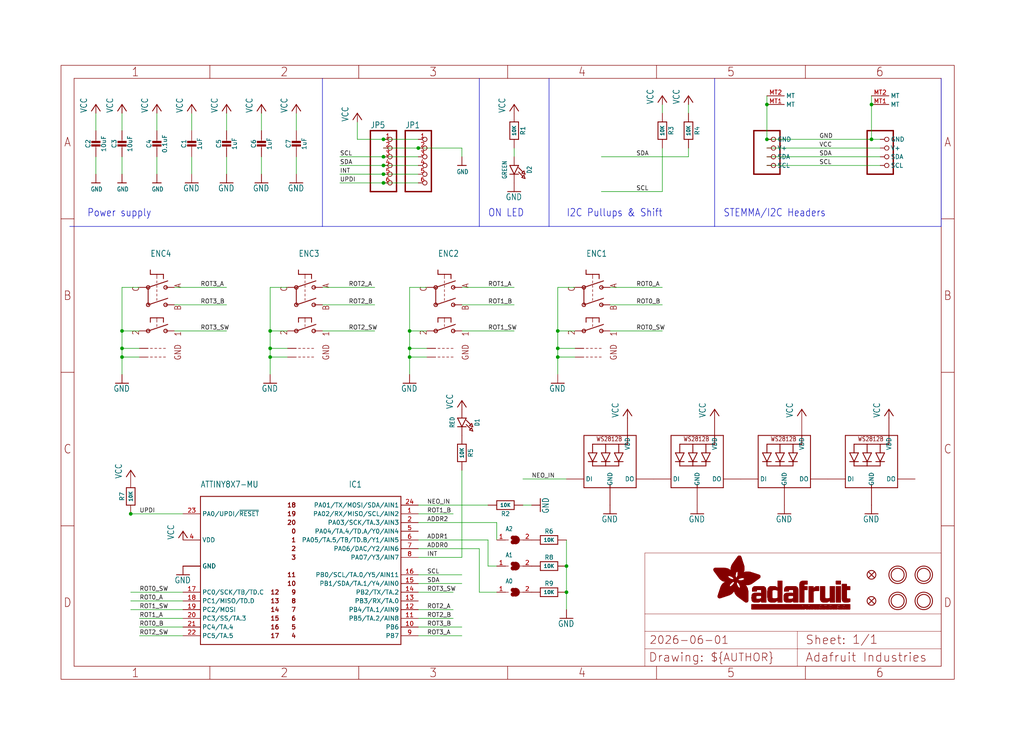
<source format=kicad_sch>
(kicad_sch (version 20230121) (generator eeschema)
  (paper "User" 298.45 217.322)
  (lib_symbols
    (symbol "working-eagle-import:ATTINY8X7-MU"
      (property "Reference" "IC" (at 12.7 25.4 0))
      (symbol "ATTINY8X7-MU_1_0"
        (text "0" (at -2.54 12.7 0) (effects (font (size 1.27 1.27) (thickness 0.254) bold) (justify right)))
        (text "1" (at -2.54 10.16 0) (effects (font (size 1.27 1.27) (thickness 0.254) bold) (justify right)))
        (text "10" (at -2.54 -2.54 0) (effects (font (size 1.27 1.27) (thickness 0.254) bold) (justify right)))
        (text "11" (at -2.54 0 0) (effects (font (size 1.27 1.27) (thickness 0.254) bold) (justify right)))
        (text "12" (at -10.16 -5.08 0) (effects (font (size 1.27 1.27) (thickness 0.254) bold) (justify left)))
        (text "13" (at -10.16 -7.62 0) (effects (font (size 1.27 1.27) (thickness 0.254) bold) (justify left)))
        (text "14" (at -10.16 -10.16 0) (effects (font (size 1.27 1.27) (thickness 0.254) bold) (justify left)))
        (text "15" (at -10.16 -12.7 0) (effects (font (size 1.27 1.27) (thickness 0.254) bold) (justify left)))
        (text "16" (at -10.16 -15.24 0) (effects (font (size 1.27 1.27) (thickness 0.254) bold) (justify left)))
        (text "17" (at -10.16 -17.78 0) (effects (font (size 1.27 1.27) (thickness 0.254) bold) (justify left)))
        (text "18" (at -2.54 20.32 0) (effects (font (size 1.27 1.27) (thickness 0.254) bold) (justify right)))
        (text "19" (at -2.54 17.78 0) (effects (font (size 1.27 1.27) (thickness 0.254) bold) (justify right)))
        (text "2" (at -2.54 7.62 0) (effects (font (size 1.27 1.27) (thickness 0.254) bold) (justify right)))
        (text "20" (at -2.54 15.24 0) (effects (font (size 1.27 1.27) (thickness 0.254) bold) (justify right)))
        (text "3" (at -2.54 5.08 0) (effects (font (size 1.27 1.27) (thickness 0.254) bold) (justify right)))
        (text "4" (at -2.54 -17.78 0) (effects (font (size 1.27 1.27) (thickness 0.254) bold) (justify right)))
        (text "5" (at -2.54 -15.24 0) (effects (font (size 1.27 1.27) (thickness 0.254) bold) (justify right)))
        (text "6" (at -2.54 -12.7 0) (effects (font (size 1.27 1.27) (thickness 0.254) bold) (justify right)))
        (text "7" (at -2.54 -10.16 0) (effects (font (size 1.27 1.27) (thickness 0.254) bold) (justify right)))
        (text "8" (at -2.54 -7.62 0) (effects (font (size 1.27 1.27) (thickness 0.254) bold) (justify right)))
        (text "9" (at -2.54 -5.08 0) (effects (font (size 1.27 1.27) (thickness 0.254) bold) (justify right)))
        (pin bidirectional line (at 33.02 17.78 180) (length 5.08) (name "PA02/RX/MISO/SCL/AIN2") (number "1"))
        (pin bidirectional line (at 33.02 -15.24 180) (length 5.08) (name "PB6") (number "10"))
        (pin bidirectional line (at 33.02 -12.7 180) (length 5.08) (name "PB5/TA.2/AIN8") (number "11"))
        (pin bidirectional line (at 33.02 -10.16 180) (length 5.08) (name "PB4/TA.1/AIN9") (number "12"))
        (pin bidirectional line (at 33.02 -7.62 180) (length 5.08) (name "PB3/RX/TA.0") (number "13"))
        (pin bidirectional line (at 33.02 -5.08 180) (length 5.08) (name "PB2/TX/TA.2") (number "14"))
        (pin bidirectional line (at 33.02 -2.54 180) (length 5.08) (name "PB1/SDA/TA.1/Y4/AIN0") (number "15"))
        (pin bidirectional line (at 33.02 0 180) (length 5.08) (name "PB0/SCL/TA.0/Y5/AIN11") (number "16"))
        (pin bidirectional line (at -35.56 -5.08 0) (length 5.08) (name "PC0/SCK/TB/TD.C") (number "17"))
        (pin bidirectional line (at -35.56 -7.62 0) (length 5.08) (name "PC1/MISO/TD.D") (number "18"))
        (pin bidirectional line (at -35.56 -10.16 0) (length 5.08) (name "PC2/MOSI") (number "19"))
        (pin bidirectional line (at 33.02 15.24 180) (length 5.08) (name "PA03/SCK/TA.3/AIN3") (number "2"))
        (pin bidirectional line (at -35.56 -12.7 0) (length 5.08) (name "PC3/SS/TA.3") (number "20"))
        (pin bidirectional line (at -35.56 -15.24 0) (length 5.08) (name "PC4/TA.4") (number "21"))
        (pin bidirectional line (at -35.56 -17.78 0) (length 5.08) (name "PC5/TA.5") (number "22"))
        (pin bidirectional line (at -35.56 17.78 0) (length 5.08) (name "PA0/UPDI/~{RESET}") (number "23"))
        (pin bidirectional line (at 33.02 20.32 180) (length 5.08) (name "PA01/TX/MOSI/SDA/AIN1") (number "24"))
        (pin power_in line (at -35.56 2.54 0) (length 5.08) (name "GND") (number "3"))
        (pin power_in line (at -35.56 10.16 0) (length 5.08) (name "VDD") (number "4"))
        (pin bidirectional line (at 33.02 12.7 180) (length 5.08) (name "PA04/TA.4/TD.A/Y0/AIN4") (number "5"))
        (pin bidirectional line (at 33.02 10.16 180) (length 5.08) (name "PA05/TA.5/TB/TD.B/Y1/AIN5") (number "6"))
        (pin bidirectional line (at 33.02 7.62 180) (length 5.08) (name "PA06/DAC/Y2/AIN6") (number "7"))
        (pin bidirectional line (at 33.02 5.08 180) (length 5.08) (name "PA07/Y3/AIN7") (number "8"))
        (pin bidirectional line (at 33.02 -17.78 180) (length 5.08) (name "PB7") (number "9"))
        (pin power_in line (at -35.56 2.54 0) (length 5.08) (name "GND") (number "THERM"))
      )
    )
    (symbol "working-eagle-import:CAP_CERAMIC0603_NO"
      (property "Reference" "C" (at -2.29 1.25 90))
      (symbol "CAP_CERAMIC0603_NO_1_0"
        (pin passive line (at 0 5.08 270) (length 2.54) (name "1") (number "1"))
        (pin passive line (at 0 -2.54 90) (length 2.54) (name "2") (number "2"))
      )
    )
    (symbol "working-eagle-import:CAP_CERAMIC0805-NOOUTLINE"
      (property "Reference" "C" (at -2.29 1.25 90))
      (symbol "CAP_CERAMIC0805-NOOUTLINE_1_0"
        (pin passive line (at 0 5.08 270) (length 2.54) (name "1") (number "1"))
        (pin passive line (at 0 -2.54 90) (length 2.54) (name "2") (number "2"))
      )
    )
    (symbol "working-eagle-import:ENCODER_PLUS_SWITCH_PEC11"
      (property "Reference" "SW" (at -1.905 13.97 0))
      (symbol "ENCODER_PLUS_SWITCH_PEC11_1_0"
        (text "1" (at 5.08 -7.62 900) (effects (font (size 1.778 1.5113)) (justify right top)))
        (text "2" (at -5.08 -8.89 900) (effects (font (size 1.778 1.5113)) (justify left bottom)))
        (text "A" (at 5.08 6.35 900) (effects (font (size 1.778 1.5113)) (justify right top)))
        (text "B" (at 5.08 0 900) (effects (font (size 1.778 1.5113)) (justify right top)))
        (text "C" (at -5.08 3.81 900) (effects (font (size 1.778 1.5113)) (justify left bottom)))
        (text "GND" (at 5.08 -11.43 900) (effects (font (size 1.778 1.5113)) (justify right top)))
        (pin passive line (at 5.08 -7.62 180) (length 2.54) (name "P$1") (number "P$1"))
        (pin passive line (at -5.08 -7.62 0) (length 2.54) (name "P$2") (number "P$2"))
        (pin passive line (at 5.08 5.08 180) (length 2.54) (name "P$A") (number "P$A"))
        (pin passive line (at 5.08 0 180) (length 2.54) (name "P$B") (number "P$B"))
        (pin passive line (at -5.08 5.08 0) (length 2.54) (name "P$C") (number "P$C"))
        (pin passive line (at -5.08 -12.7 0) (length 2.54) (name "P$GND1") (number "P$GND1"))
        (pin passive line (at -5.08 -15.24 0) (length 2.54) (name "P$GND2") (number "P$GND2"))
      )
    )
    (symbol "working-eagle-import:FIDUCIAL_1MM")
    (symbol "working-eagle-import:FRAME_A4_ADAFRUIT"
      (symbol "FRAME_A4_ADAFRUIT_1_0"
        (text "${#}/${##}" (at 230.505 10.16 0) (effects (font (size 2.54 2.54)) (justify left bottom)))
        (text "${AUTHOR}" (at 189.23 5.08 0) (effects (font (size 2.286 2.286)) (justify left bottom)))
        (text "${CURRENT_DATE}" (at 171.45 10.16 0) (effects (font (size 2.286 2.286)) (justify left bottom)))
        (text "${PROJECTNAME}" (at 171.45 15.24 0) (effects (font (size 2.54 2.54)) (justify left bottom)))
        (text "1" (at 21.6958 1.905 0) (effects (font (size 2.54 2.286))))
        (text "1" (at 21.6958 177.165 0) (effects (font (size 2.54 2.286))))
        (text "2" (at 65.0875 1.905 0) (effects (font (size 2.54 2.286))))
        (text "2" (at 65.0875 177.165 0) (effects (font (size 2.54 2.286))))
        (text "3" (at 108.4792 1.905 0) (effects (font (size 2.54 2.286))))
        (text "3" (at 108.4792 177.165 0) (effects (font (size 2.54 2.286))))
        (text "4" (at 151.8708 1.905 0) (effects (font (size 2.54 2.286))))
        (text "4" (at 151.8708 177.165 0) (effects (font (size 2.54 2.286))))
        (text "5" (at 195.2625 1.905 0) (effects (font (size 2.54 2.286))))
        (text "5" (at 195.2625 177.165 0) (effects (font (size 2.54 2.286))))
        (text "6" (at 238.6542 1.905 0) (effects (font (size 2.54 2.286))))
        (text "6" (at 238.6542 177.165 0) (effects (font (size 2.54 2.286))))
        (text "A" (at 1.905 156.6863 0) (effects (font (size 2.54 2.286))))
        (text "A" (at 258.445 156.6863 0) (effects (font (size 2.54 2.286))))
        (text "Adafruit Industries" (at 216.916 4.953 0) (effects (font (size 2.54 2.54)) (justify left bottom)))
        (text "B" (at 1.905 111.9188 0) (effects (font (size 2.54 2.286))))
        (text "B" (at 258.445 111.9188 0) (effects (font (size 2.54 2.286))))
        (text "C" (at 1.905 67.1513 0) (effects (font (size 2.54 2.286))))
        (text "C" (at 258.445 67.1513 0) (effects (font (size 2.54 2.286))))
        (text "D" (at 1.905 22.3838 0) (effects (font (size 2.54 2.286))))
        (text "D" (at 258.445 22.3838 0) (effects (font (size 2.54 2.286))))
        (text "Drawing:" (at 171.196 4.953 0) (effects (font (size 2.54 2.54)) (justify left bottom)))
        (text "Sheet:" (at 216.916 10.033 0) (effects (font (size 2.54 2.54)) (justify left bottom)))
      )
    )
    (symbol "working-eagle-import:GND" (power)
      (property "Value" "GND" (at -1.524 -2.54 0))
      (symbol "GND_1_0"
        (pin power_in line (at 0 2.54 270) (length 2.54) (name "GND") (number "1"))
      )
    )
    (symbol "working-eagle-import:HEADER-1X670MIL"
      (property "Reference" "JP" (at -6.35 10.795 0))
      (symbol "HEADER-1X670MIL_1_0"
        (pin passive inverted (at -2.54 7.62 0) (length 2.54) (name "1") (number "1"))
        (pin passive inverted (at -2.54 5.08 0) (length 2.54) (name "2") (number "2"))
        (pin passive inverted (at -2.54 2.54 0) (length 2.54) (name "3") (number "3"))
        (pin passive inverted (at -2.54 0 0) (length 2.54) (name "4") (number "4"))
        (pin passive inverted (at -2.54 -2.54 0) (length 2.54) (name "5") (number "5"))
        (pin passive inverted (at -2.54 -5.08 0) (length 2.54) (name "6") (number "6"))
      )
    )
    (symbol "working-eagle-import:LED0603_NOOUTLINE"
      (property "Reference" "D" (at -1.27 4.445 0))
      (symbol "LED0603_NOOUTLINE_1_0"
        (pin passive line (at -5.08 0 0) (length 2.54) (name "A") (number "A"))
        (pin passive line (at 2.54 0 180) (length 2.54) (name "C") (number "C"))
      )
    )
    (symbol "working-eagle-import:MOUNTINGHOLE2.5")
    (symbol "working-eagle-import:RESISTOR_0603_NOOUT"
      (property "Reference" "R" (at 0 2.54 0))
      (symbol "RESISTOR_0603_NOOUT_1_0"
        (pin passive line (at -5.08 0 0) (length 2.54) (name "1") (number "1"))
        (pin passive line (at 5.08 0 180) (length 2.54) (name "2") (number "2"))
      )
    )
    (symbol "working-eagle-import:SOLDERJUMPERCLOSED"
      (property "Reference" "SJ" (at -2.54 2.54 0))
      (symbol "SOLDERJUMPERCLOSED_1_0"
        (pin passive line (at -5.08 0 0) (length 2.54) (name "1") (number "1"))
        (pin passive line (at 5.08 0 180) (length 2.54) (name "2") (number "2"))
      )
    )
    (symbol "working-eagle-import:STEMMA_I2C_QTRA"
      (symbol "STEMMA_I2C_QTRA_1_0"
        (pin passive inverted (at 0 5.08 0) (length 2.54) (name "GND") (number "1"))
        (pin passive inverted (at 0 2.54 0) (length 2.54) (name "V+") (number "2"))
        (pin passive inverted (at 0 0 0) (length 2.54) (name "SDA") (number "3"))
        (pin passive inverted (at 0 -2.54 0) (length 2.54) (name "SCL") (number "4"))
      )
      (symbol "STEMMA_I2C_QTRA_2_0"
        (pin bidirectional line (at 0 0 0) (length 5.08) (name "MT") (number "MT1"))
      )
      (symbol "STEMMA_I2C_QTRA_3_0"
        (pin bidirectional line (at 0 0 0) (length 5.08) (name "MT") (number "MT2"))
      )
    )
    (symbol "working-eagle-import:VCC" (power)
      (property "Value" "VCC" (at -2.54 -2.54 90))
      (symbol "VCC_1_0"
        (pin power_in line (at 0 -2.54 90) (length 2.54) (name "VCC") (number "1"))
      )
    )
    (symbol "working-eagle-import:WS2812B_SK6812E"
      (symbol "WS2812B_SK6812E_1_0"
        (text "WS2812B" (at -4.064 8.382 0) (effects (font (size 1.27 1.0795)) (justify left bottom)))
        (pin power_in line (at 5.08 15.24 270) (length 5.08) (name "VDD") (number "1-VDD"))
        (pin output line (at 12.7 -2.54 180) (length 5.08) (name "DO") (number "2-DOUT"))
        (pin power_in line (at 0 -10.16 90) (length 5.08) (name "GND") (number "3-GND"))
        (pin input line (at -12.7 -2.54 0) (length 5.08) (name "DI") (number "4-DIN"))
      )
    )
    (symbol "working-eagle-import:supply1_GND" (power)
      (property "Value" "supply1_GND" (at -2.54 -2.54 0))
      (symbol "supply1_GND_1_0"
        (pin power_in line (at 0 2.54 270) (length 2.54) (name "GND") (number "1"))
      )
    )
  )
  (junction (at 165.1 165.1))
  (junction (at 162.56 96.52))
  (junction (at 165.1 172.72))
  (junction (at 38.1 149.86))
  (junction (at 35.56 96.52))
  (junction (at 111.76 53.34))
  (junction (at 121.92 43.18))
  (junction (at 111.76 40.64))
  (junction (at 223.52 30.48))
  (junction (at 35.56 101.6))
  (junction (at 78.74 101.6))
  (junction (at 254 40.64))
  (junction (at 162.56 101.6))
  (junction (at 111.76 45.72))
  (junction (at 78.74 104.14))
  (junction (at 119.38 104.14))
  (junction (at 254 30.48))
  (junction (at 162.56 104.14))
  (junction (at 111.76 48.26))
  (junction (at 35.56 104.14))
  (junction (at 119.38 101.6))
  (junction (at 223.52 40.64))
  (junction (at 78.74 96.52))
  (junction (at 119.38 96.52))
  (junction (at 111.76 50.8))
  (wire (pts (xy 93.98 88.9) (xy 109.22 88.9)) (stroke (width 0.1524)))
  (wire (pts (xy 40.64 101.6) (xy 35.56 101.6)) (stroke (width 0.1524)))
  (wire (pts (xy 83.82 96.52) (xy 78.74 96.52)) (stroke (width 0.1524)))
  (wire (pts (xy 193.04 55.88) (xy 175.26 55.88)) (stroke (width 0.1524)))
  (wire (pts (xy 121.92 149.86) (xy 132.08 149.86)) (stroke (width 0.1524)))
  (wire (pts (xy 162.56 96.52) (xy 162.56 101.6)) (stroke (width 0.1524)))
  (wire (pts (xy 38.1 149.86) (xy 38.1 147.32)) (stroke (width 0.1524)))
  (wire (pts (xy 53.34 177.8) (xy 38.1 177.8)) (stroke (width 0.1524)))
  (wire (pts (xy 162.56 104.14) (xy 167.64 104.14)) (stroke (width 0.1524)))
  (wire (pts (xy 167.64 83.82) (xy 162.56 83.82)) (stroke (width 0.1524)))
  (wire (pts (xy 45.72 45.72) (xy 45.72 50.8)) (stroke (width 0.1524)))
  (wire (pts (xy 200.66 45.72) (xy 175.26 45.72)) (stroke (width 0.1524)))
  (wire (pts (xy 193.04 43.18) (xy 193.04 55.88)) (stroke (width 0.1524)))
  (wire (pts (xy 124.46 101.6) (xy 119.38 101.6)) (stroke (width 0.1524)))
  (wire (pts (xy 200.66 33.02) (xy 200.66 30.48)) (stroke (width 0.1524)))
  (wire (pts (xy 167.64 96.52) (xy 162.56 96.52)) (stroke (width 0.1524)))
  (wire (pts (xy 134.62 83.82) (xy 149.86 83.82)) (stroke (width 0.1524)))
  (wire (pts (xy 111.76 48.26) (xy 99.06 48.26)) (stroke (width 0.1524)))
  (wire (pts (xy 27.94 33.02) (xy 27.94 38.1)) (stroke (width 0.1524)))
  (wire (pts (xy 53.34 185.42) (xy 40.64 185.42)) (stroke (width 0.1524)))
  (wire (pts (xy 254 27.94) (xy 254 30.48)) (stroke (width 0.1524)))
  (wire (pts (xy 86.36 33.02) (xy 86.36 38.1)) (stroke (width 0.1524)))
  (polyline (pts (xy 93.98 22.86) (xy 93.98 66.04)) (stroke (width 0.1524) (type solid)))
  (wire (pts (xy 83.82 83.82) (xy 78.74 83.82)) (stroke (width 0.1524)))
  (wire (pts (xy 76.2 50.8) (xy 76.2 45.72)) (stroke (width 0.1524)))
  (wire (pts (xy 45.72 33.02) (xy 45.72 38.1)) (stroke (width 0.1524)))
  (wire (pts (xy 121.92 180.34) (xy 132.08 180.34)) (stroke (width 0.1524)))
  (wire (pts (xy 223.52 43.18) (xy 256.54 43.18)) (stroke (width 0.1524)))
  (wire (pts (xy 223.52 27.94) (xy 223.52 30.48)) (stroke (width 0.1524)))
  (wire (pts (xy 121.92 182.88) (xy 134.62 182.88)) (stroke (width 0.1524)))
  (wire (pts (xy 35.56 96.52) (xy 35.56 101.6)) (stroke (width 0.1524)))
  (wire (pts (xy 193.04 30.48) (xy 193.04 33.02)) (stroke (width 0.1524)))
  (wire (pts (xy 111.76 53.34) (xy 99.06 53.34)) (stroke (width 0.1524)))
  (wire (pts (xy 66.04 50.8) (xy 66.04 45.72)) (stroke (width 0.1524)))
  (wire (pts (xy 165.1 165.1) (xy 165.1 172.72)) (stroke (width 0.1524)))
  (wire (pts (xy 223.52 48.26) (xy 256.54 48.26)) (stroke (width 0.1524)))
  (wire (pts (xy 111.76 40.64) (xy 104.14 40.64)) (stroke (width 0.1524)))
  (wire (pts (xy 121.92 162.56) (xy 134.62 162.56)) (stroke (width 0.1524)))
  (wire (pts (xy 83.82 101.6) (xy 78.74 101.6)) (stroke (width 0.1524)))
  (wire (pts (xy 121.92 157.48) (xy 142.24 157.48)) (stroke (width 0.1524)))
  (wire (pts (xy 78.74 83.82) (xy 78.74 96.52)) (stroke (width 0.1524)))
  (wire (pts (xy 35.56 45.72) (xy 35.56 50.8)) (stroke (width 0.1524)))
  (wire (pts (xy 177.8 88.9) (xy 193.04 88.9)) (stroke (width 0.1524)))
  (wire (pts (xy 27.94 50.8) (xy 27.94 45.72)) (stroke (width 0.1524)))
  (wire (pts (xy 142.24 157.48) (xy 142.24 165.1)) (stroke (width 0.1524)))
  (wire (pts (xy 119.38 83.82) (xy 119.38 96.52)) (stroke (width 0.1524)))
  (wire (pts (xy 55.88 50.8) (xy 55.88 45.72)) (stroke (width 0.1524)))
  (wire (pts (xy 177.8 96.52) (xy 193.04 96.52)) (stroke (width 0.1524)))
  (wire (pts (xy 40.64 83.82) (xy 35.56 83.82)) (stroke (width 0.1524)))
  (wire (pts (xy 144.78 157.48) (xy 144.78 152.4)) (stroke (width 0.1524)))
  (wire (pts (xy 124.46 96.52) (xy 119.38 96.52)) (stroke (width 0.1524)))
  (wire (pts (xy 139.7 160.02) (xy 139.7 172.72)) (stroke (width 0.1524)))
  (wire (pts (xy 134.62 43.18) (xy 134.62 45.72)) (stroke (width 0.1524)))
  (wire (pts (xy 78.74 101.6) (xy 78.74 104.14)) (stroke (width 0.1524)))
  (wire (pts (xy 93.98 96.52) (xy 109.22 96.52)) (stroke (width 0.1524)))
  (wire (pts (xy 121.92 45.72) (xy 111.76 45.72)) (stroke (width 0.1524)))
  (wire (pts (xy 144.78 152.4) (xy 121.92 152.4)) (stroke (width 0.1524)))
  (wire (pts (xy 165.1 172.72) (xy 165.1 177.8)) (stroke (width 0.1524)))
  (wire (pts (xy 53.34 149.86) (xy 38.1 149.86)) (stroke (width 0.1524)))
  (wire (pts (xy 111.76 50.8) (xy 99.06 50.8)) (stroke (width 0.1524)))
  (wire (pts (xy 152.4 147.32) (xy 154.94 147.32)) (stroke (width 0.1524)))
  (wire (pts (xy 78.74 104.14) (xy 78.74 109.22)) (stroke (width 0.1524)))
  (wire (pts (xy 134.62 96.52) (xy 149.86 96.52)) (stroke (width 0.1524)))
  (polyline (pts (xy 160.02 22.86) (xy 160.02 66.04)) (stroke (width 0.1524) (type solid)))
  (wire (pts (xy 124.46 83.82) (xy 119.38 83.82)) (stroke (width 0.1524)))
  (wire (pts (xy 40.64 182.88) (xy 53.34 182.88)) (stroke (width 0.1524)))
  (polyline (pts (xy 93.98 66.04) (xy 139.7 66.04)) (stroke (width 0.1524) (type solid)))
  (wire (pts (xy 121.92 48.26) (xy 111.76 48.26)) (stroke (width 0.1524)))
  (wire (pts (xy 256.54 40.64) (xy 254 40.64)) (stroke (width 0.1524)))
  (wire (pts (xy 162.56 83.82) (xy 162.56 96.52)) (stroke (width 0.1524)))
  (wire (pts (xy 55.88 33.02) (xy 55.88 38.1)) (stroke (width 0.1524)))
  (wire (pts (xy 121.92 53.34) (xy 111.76 53.34)) (stroke (width 0.1524)))
  (wire (pts (xy 223.52 30.48) (xy 223.52 40.64)) (stroke (width 0.1524)))
  (wire (pts (xy 121.92 185.42) (xy 134.62 185.42)) (stroke (width 0.1524)))
  (wire (pts (xy 254 40.64) (xy 223.52 40.64)) (stroke (width 0.1524)))
  (wire (pts (xy 142.24 165.1) (xy 144.78 165.1)) (stroke (width 0.1524)))
  (wire (pts (xy 35.56 33.02) (xy 35.56 38.1)) (stroke (width 0.1524)))
  (polyline (pts (xy 20.32 66.04) (xy 93.98 66.04)) (stroke (width 0.1524) (type solid)))
  (wire (pts (xy 53.34 172.72) (xy 38.1 172.72)) (stroke (width 0.1524)))
  (polyline (pts (xy 208.28 22.86) (xy 208.28 66.04)) (stroke (width 0.1524) (type solid)))
  (wire (pts (xy 119.38 104.14) (xy 124.46 104.14)) (stroke (width 0.1524)))
  (wire (pts (xy 121.92 160.02) (xy 139.7 160.02)) (stroke (width 0.1524)))
  (wire (pts (xy 162.56 101.6) (xy 162.56 104.14)) (stroke (width 0.1524)))
  (wire (pts (xy 165.1 157.48) (xy 165.1 165.1)) (stroke (width 0.1524)))
  (wire (pts (xy 35.56 104.14) (xy 35.56 109.22)) (stroke (width 0.1524)))
  (wire (pts (xy 167.64 101.6) (xy 162.56 101.6)) (stroke (width 0.1524)))
  (wire (pts (xy 40.64 96.52) (xy 35.56 96.52)) (stroke (width 0.1524)))
  (wire (pts (xy 50.8 83.82) (xy 66.04 83.82)) (stroke (width 0.1524)))
  (wire (pts (xy 104.14 40.64) (xy 104.14 35.56)) (stroke (width 0.1524)))
  (wire (pts (xy 53.34 175.26) (xy 38.1 175.26)) (stroke (width 0.1524)))
  (polyline (pts (xy 139.7 22.86) (xy 139.7 66.04)) (stroke (width 0.1524) (type solid)))
  (wire (pts (xy 134.62 88.9) (xy 149.86 88.9)) (stroke (width 0.1524)))
  (wire (pts (xy 254 30.48) (xy 254 40.64)) (stroke (width 0.1524)))
  (wire (pts (xy 121.92 172.72) (xy 132.08 172.72)) (stroke (width 0.1524)))
  (wire (pts (xy 50.8 96.52) (xy 66.04 96.52)) (stroke (width 0.1524)))
  (polyline (pts (xy 160.02 66.04) (xy 208.28 66.04)) (stroke (width 0.1524) (type solid)))
  (polyline (pts (xy 139.7 66.04) (xy 160.02 66.04)) (stroke (width 0.1524) (type solid)))
  (wire (pts (xy 35.56 104.14) (xy 40.64 104.14)) (stroke (width 0.1524)))
  (wire (pts (xy 121.92 43.18) (xy 111.76 43.18)) (stroke (width 0.1524)))
  (wire (pts (xy 50.8 88.9) (xy 66.04 88.9)) (stroke (width 0.1524)))
  (wire (pts (xy 35.56 101.6) (xy 35.56 104.14)) (stroke (width 0.1524)))
  (wire (pts (xy 93.98 83.82) (xy 109.22 83.82)) (stroke (width 0.1524)))
  (wire (pts (xy 66.04 33.02) (xy 66.04 38.1)) (stroke (width 0.1524)))
  (wire (pts (xy 256.54 45.72) (xy 223.52 45.72)) (stroke (width 0.1524)))
  (wire (pts (xy 119.38 96.52) (xy 119.38 101.6)) (stroke (width 0.1524)))
  (wire (pts (xy 121.92 177.8) (xy 132.08 177.8)) (stroke (width 0.1524)))
  (wire (pts (xy 162.56 104.14) (xy 162.56 109.22)) (stroke (width 0.1524)))
  (wire (pts (xy 35.56 83.82) (xy 35.56 96.52)) (stroke (width 0.1524)))
  (wire (pts (xy 121.92 50.8) (xy 111.76 50.8)) (stroke (width 0.1524)))
  (wire (pts (xy 149.86 45.72) (xy 149.86 43.18)) (stroke (width 0.1524)))
  (wire (pts (xy 139.7 172.72) (xy 144.78 172.72)) (stroke (width 0.1524)))
  (polyline (pts (xy 274.32 22.86) (xy 274.32 66.04)) (stroke (width 0.1524) (type solid)))
  (wire (pts (xy 78.74 104.14) (xy 83.82 104.14)) (stroke (width 0.1524)))
  (wire (pts (xy 121.92 40.64) (xy 111.76 40.64)) (stroke (width 0.1524)))
  (wire (pts (xy 119.38 101.6) (xy 119.38 104.14)) (stroke (width 0.1524)))
  (wire (pts (xy 200.66 43.18) (xy 200.66 45.72)) (stroke (width 0.1524)))
  (wire (pts (xy 76.2 33.02) (xy 76.2 38.1)) (stroke (width 0.1524)))
  (wire (pts (xy 121.92 43.18) (xy 134.62 43.18)) (stroke (width 0.1524)))
  (wire (pts (xy 165.1 139.7) (xy 152.4 139.7)) (stroke (width 0.1524)))
  (wire (pts (xy 121.92 147.32) (xy 142.24 147.32)) (stroke (width 0.1524)))
  (wire (pts (xy 86.36 50.8) (xy 86.36 45.72)) (stroke (width 0.1524)))
  (wire (pts (xy 119.38 104.14) (xy 119.38 109.22)) (stroke (width 0.1524)))
  (wire (pts (xy 121.92 167.64) (xy 134.62 167.64)) (stroke (width 0.1524)))
  (wire (pts (xy 40.64 180.34) (xy 53.34 180.34)) (stroke (width 0.1524)))
  (wire (pts (xy 177.8 83.82) (xy 193.04 83.82)) (stroke (width 0.1524)))
  (wire (pts (xy 134.62 170.18) (xy 121.92 170.18)) (stroke (width 0.1524)))
  (wire (pts (xy 78.74 96.52) (xy 78.74 101.6)) (stroke (width 0.1524)))
  (wire (pts (xy 111.76 45.72) (xy 99.06 45.72)) (stroke (width 0.1524)))
  (polyline (pts (xy 208.28 66.04) (xy 274.32 66.04)) (stroke (width 0.1524) (type solid)))
  (wire (pts (xy 134.62 137.16) (xy 134.62 162.56)) (stroke (width 0.1524)))
  (text "STEMMA/I2C Headers" (at 210.82 63.5 0) (effects (font (size 2.1844 1.8567)) (justify left bottom)))
  (text "I2C Pullups & Shift" (at 165.1 63.5 0) (effects (font (size 2.1844 1.8567)) (justify left bottom)))
  (text "Power supply" (at 25.4 63.5 0) (effects (font (size 2.1844 1.8567)) (justify left bottom)))
  (text "ON LED" (at 142.24 63.5 0) (effects (font (size 2.1844 1.8567)) (justify left bottom)))
  (label "ROT1_B" (at 142.24 88.9 0) (effects (font (size 1.2446 1.2446))))
  (label "ROT0_A" (at 185.42 83.82 0) (effects (font (size 1.2446 1.2446))))
  (label "SCL" (at 124.46 167.64 0) (effects (font (size 1.2446 1.2446))))
  (label "ROT0_B" (at 185.42 88.9 0) (effects (font (size 1.2446 1.2446))))
  (label "UPDI" (at 99.06 53.34 0) (effects (font (size 1.2446 1.2446))))
  (label "ROT0_SW" (at 185.42 96.52 0) (effects (font (size 1.2446 1.2446))))
  (label "ADDR0" (at 124.46 160.02 0) (effects (font (size 1.2446 1.2446))))
  (label "ROT1_B" (at 124.46 149.86 0) (effects (font (size 1.2446 1.2446))))
  (label "ADDR2" (at 124.46 152.4 0) (effects (font (size 1.2446 1.2446))))
  (label "VCC" (at 238.76 43.18 0) (effects (font (size 1.2446 1.2446))))
  (label "UPDI" (at 40.64 149.86 0) (effects (font (size 1.2446 1.2446))))
  (label "ADDR1" (at 124.46 157.48 0) (effects (font (size 1.2446 1.2446))))
  (label "INT" (at 99.06 50.8 0) (effects (font (size 1.2446 1.2446))))
  (label "NEO_IN" (at 154.94 139.7 0) (effects (font (size 1.2446 1.2446))))
  (label "INT" (at 124.46 162.56 0) (effects (font (size 1.2446 1.2446))))
  (label "ROT2_B" (at 101.6 88.9 0) (effects (font (size 1.2446 1.2446))))
  (label "SCL" (at 99.06 45.72 0) (effects (font (size 1.2446 1.2446))))
  (label "ROT2_A" (at 124.46 177.8 0) (effects (font (size 1.2446 1.2446))))
  (label "SDA" (at 99.06 48.26 0) (effects (font (size 1.2446 1.2446))))
  (label "ROT3_B" (at 124.46 182.88 0) (effects (font (size 1.2446 1.2446))))
  (label "SCL" (at 238.76 48.26 0) (effects (font (size 1.2446 1.2446))))
  (label "GND" (at 238.76 40.64 0) (effects (font (size 1.2446 1.2446))))
  (label "SDA" (at 185.42 45.72 0) (effects (font (size 1.2446 1.2446))))
  (label "ROT1_SW" (at 142.24 96.52 0) (effects (font (size 1.2446 1.2446))))
  (label "ROT3_SW" (at 58.42 96.52 0) (effects (font (size 1.2446 1.2446))))
  (label "SDA" (at 238.76 45.72 0) (effects (font (size 1.2446 1.2446))))
  (label "ROT0_SW" (at 40.64 172.72 0) (effects (font (size 1.2446 1.2446))))
  (label "ROT1_A" (at 142.24 83.82 0) (effects (font (size 1.2446 1.2446))))
  (label "ROT0_A" (at 40.64 175.26 0) (effects (font (size 1.2446 1.2446))))
  (label "ROT3_A" (at 124.46 185.42 0) (effects (font (size 1.2446 1.2446))))
  (label "ROT2_B" (at 124.46 180.34 0) (effects (font (size 1.2446 1.2446))))
  (label "ROT2_SW" (at 101.6 96.52 0) (effects (font (size 1.2446 1.2446))))
  (label "ROT2_A" (at 101.6 83.82 0) (effects (font (size 1.2446 1.2446))))
  (label "ROT0_B" (at 40.64 182.88 0) (effects (font (size 1.2446 1.2446))))
  (label "SCL" (at 185.42 55.88 0) (effects (font (size 1.2446 1.2446))))
  (label "ROT3_SW" (at 124.46 172.72 0) (effects (font (size 1.2446 1.2446))))
  (label "ROT2_SW" (at 40.64 185.42 0) (effects (font (size 1.2446 1.2446))))
  (label "ROT3_A" (at 58.42 83.82 0) (effects (font (size 1.2446 1.2446))))
  (label "ROT1_A" (at 40.64 180.34 0) (effects (font (size 1.2446 1.2446))))
  (label "NEO_IN" (at 124.46 147.32 0) (effects (font (size 1.2446 1.2446))))
  (label "SDA" (at 124.46 170.18 0) (effects (font (size 1.2446 1.2446))))
  (label "ROT3_B" (at 58.42 88.9 0) (effects (font (size 1.2446 1.2446))))
  (label "ROT1_SW" (at 40.64 177.8 0) (effects (font (size 1.2446 1.2446))))
  (symbol (lib_id "working-eagle-import:VCC") (at 200.66 27.94 0) (unit 1)
    (property "Reference" "#P+2" (effects hide))
    (property "Value" "VCC" (at 198.12 30.48 90) (effects (font (size 1.778 1.5113)) (justify left bottom)))
  )
  (symbol (lib_id "working-eagle-import:supply1_GND") (at 66.04 53.34 0) (unit 1)
    (property "Reference" "#GND4" (effects hide))
    (property "Value" "GND" (at 63.5 55.88 0) (effects (font (size 1.778 1.5113)) (justify left bottom)))
  )
  (symbol (lib_id "working-eagle-import:supply1_GND") (at 228.6 149.86 0) (unit 1)
    (property "Reference" "#GND8" (effects hide))
    (property "Value" "GND" (at 226.06 152.4 0) (effects (font (size 1.778 1.5113)) (justify left bottom)))
  )
  (symbol (lib_id "working-eagle-import:VCC") (at 193.04 27.94 0) (unit 1)
    (property "Reference" "#P+1" (effects hide))
    (property "Value" "VCC" (at 190.5 30.48 90) (effects (font (size 1.778 1.5113)) (justify left bottom)))
  )
  (symbol (lib_id "working-eagle-import:supply1_GND") (at 149.86 55.88 0) (unit 1)
    (property "Reference" "#GND6" (effects hide))
    (property "Value" "GND" (at 147.32 58.42 0) (effects (font (size 1.778 1.5113)) (justify left bottom)))
  )
  (symbol (lib_id "working-eagle-import:CAP_CERAMIC0603_NO") (at 86.36 43.18 0) (unit 1)
    (property "Reference" "C7" (at 84.07 41.93 90))
    (property "Value" "1uF" (at 88.66 41.93 90))
    (property "Footprint" "working:0603-NO" (effects hide))
  )
  (symbol (lib_id "working-eagle-import:supply1_GND") (at 165.1 180.34 0) (unit 1)
    (property "Reference" "#GND13" (effects hide))
    (property "Value" "GND" (at 162.56 182.88 0) (effects (font (size 1.778 1.5113)) (justify left bottom)))
  )
  (symbol (lib_id "working-eagle-import:SOLDERJUMPERCLOSED") (at 149.86 157.48 0) (unit 1)
    (property "Reference" "A2" (at 147.32 154.94 0) (effects (font (size 1.27 1.0795)) (justify left bottom)))
    (property "Value" "SOLDERJUMPERCLOSED" (effects hide))
    (property "Footprint" "working:SOLDERJUMPER_CLOSEDWIRE" (effects hide))
  )
  (symbol (lib_id "working-eagle-import:CAP_CERAMIC0805-NOOUTLINE") (at 35.56 43.18 0) (unit 1)
    (property "Reference" "C3" (at 33.27 41.93 90))
    (property "Value" "10uF" (at 37.86 41.93 90))
    (property "Footprint" "working:0805-NO" (effects hide))
  )
  (symbol (lib_id "working-eagle-import:VCC") (at 182.88 119.38 0) (unit 1)
    (property "Reference" "#P+5" (effects hide))
    (property "Value" "VCC" (at 180.34 121.92 90) (effects (font (size 1.778 1.5113)) (justify left bottom)))
  )
  (symbol (lib_id "working-eagle-import:RESISTOR_0603_NOOUT") (at 193.04 38.1 270) (unit 1)
    (property "Reference" "R3" (at 195.58 38.1 0))
    (property "Value" "10K" (at 193.04 38.1 0) (effects (font (size 1.016 1.016) bold)))
    (property "Footprint" "working:0603-NO" (effects hide))
  )
  (symbol (lib_id "working-eagle-import:CAP_CERAMIC0603_NO") (at 76.2 43.18 0) (unit 1)
    (property "Reference" "C6" (at 73.91 41.93 90))
    (property "Value" "1uF" (at 78.5 41.93 90))
    (property "Footprint" "working:0603-NO" (effects hide))
  )
  (symbol (lib_id "working-eagle-import:STEMMA_I2C_QTRA") (at 223.52 30.48 0) (unit 2)
    (property "Reference" "CONN3" (effects hide))
    (property "Value" "STEMMA_I2C_QTRA" (effects hide))
    (property "Footprint" "working:JST_SH4_RA" (effects hide))
  )
  (symbol (lib_id "working-eagle-import:GND") (at 134.62 48.26 0) (unit 1)
    (property "Reference" "#U$10" (effects hide))
    (property "Value" "GND" (at 133.096 50.8 0) (effects (font (size 1.27 1.0795)) (justify left bottom)))
  )
  (symbol (lib_id "working-eagle-import:VCC") (at 208.28 119.38 0) (unit 1)
    (property "Reference" "#P+7" (effects hide))
    (property "Value" "VCC" (at 205.74 121.92 90) (effects (font (size 1.778 1.5113)) (justify left bottom)))
  )
  (symbol (lib_id "working-eagle-import:supply1_GND") (at 76.2 53.34 0) (unit 1)
    (property "Reference" "#GND5" (effects hide))
    (property "Value" "GND" (at 73.66 55.88 0) (effects (font (size 1.778 1.5113)) (justify left bottom)))
  )
  (symbol (lib_id "working-eagle-import:VCC") (at 53.34 154.94 0) (unit 1)
    (property "Reference" "#P+15" (effects hide))
    (property "Value" "VCC" (at 50.8 157.48 90) (effects (font (size 1.778 1.5113)) (justify left bottom)))
  )
  (symbol (lib_id "working-eagle-import:CAP_CERAMIC0805-NOOUTLINE") (at 27.94 43.18 0) (unit 1)
    (property "Reference" "C2" (at 25.65 41.93 90))
    (property "Value" "10uF" (at 30.24 41.93 90))
    (property "Footprint" "working:0805-NO" (effects hide))
  )
  (symbol (lib_id "working-eagle-import:WS2812B_SK6812E") (at 177.8 137.16 0) (unit 1)
    (property "Reference" "LED1" (effects hide))
    (property "Value" "WS2812B_SK6812E" (effects hide))
    (property "Footprint" "working:NEO3535_REVERSE" (effects hide))
  )
  (symbol (lib_id "working-eagle-import:SOLDERJUMPERCLOSED") (at 149.86 165.1 0) (unit 1)
    (property "Reference" "A1" (at 147.32 162.56 0) (effects (font (size 1.27 1.0795)) (justify left bottom)))
    (property "Value" "SOLDERJUMPERCLOSED" (effects hide))
    (property "Footprint" "working:SOLDERJUMPER_CLOSEDWIRE" (effects hide))
  )
  (symbol (lib_id "working-eagle-import:supply1_GND") (at 55.88 53.34 0) (unit 1)
    (property "Reference" "#GND3" (effects hide))
    (property "Value" "GND" (at 53.34 55.88 0) (effects (font (size 1.778 1.5113)) (justify left bottom)))
  )
  (symbol (lib_id "working-eagle-import:VCC") (at 27.94 30.48 0) (unit 1)
    (property "Reference" "#P+3" (effects hide))
    (property "Value" "VCC" (at 25.4 33.02 90) (effects (font (size 1.778 1.5113)) (justify left bottom)))
  )
  (symbol (lib_id "working-eagle-import:VCC") (at 35.56 30.48 0) (unit 1)
    (property "Reference" "#P+6" (effects hide))
    (property "Value" "VCC" (at 33.02 33.02 90) (effects (font (size 1.778 1.5113)) (justify left bottom)))
  )
  (symbol (lib_id "working-eagle-import:HEADER-1X670MIL") (at 114.3 48.26 0) (unit 1)
    (property "Reference" "JP5" (at 107.95 37.465 0) (effects (font (size 1.778 1.5113)) (justify left bottom)))
    (property "Value" "HEADER-1X670MIL" (effects hide))
    (property "Footprint" "working:1X06_ROUND_70" (effects hide))
  )
  (symbol (lib_id "working-eagle-import:RESISTOR_0603_NOOUT") (at 200.66 38.1 270) (unit 1)
    (property "Reference" "R4" (at 203.2 38.1 0))
    (property "Value" "10K" (at 200.66 38.1 0) (effects (font (size 1.016 1.016) bold)))
    (property "Footprint" "working:0603-NO" (effects hide))
  )
  (symbol (lib_id "working-eagle-import:supply1_GND") (at 254 149.86 0) (unit 1)
    (property "Reference" "#GND9" (effects hide))
    (property "Value" "GND" (at 251.46 152.4 0) (effects (font (size 1.778 1.5113)) (justify left bottom)))
  )
  (symbol (lib_id "working-eagle-import:GND") (at 45.72 53.34 0) (unit 1)
    (property "Reference" "#U$6" (effects hide))
    (property "Value" "GND" (at 44.196 55.88 0) (effects (font (size 1.27 1.0795)) (justify left bottom)))
  )
  (symbol (lib_id "working-eagle-import:RESISTOR_0603_NOOUT") (at 147.32 147.32 180) (unit 1)
    (property "Reference" "R2" (at 147.32 149.86 0))
    (property "Value" "10K" (at 147.32 147.32 0) (effects (font (size 1.016 1.016) bold)))
    (property "Footprint" "working:0603-NO" (effects hide))
  )
  (symbol (lib_id "working-eagle-import:supply1_GND") (at 119.38 111.76 0) (unit 1)
    (property "Reference" "#GND17" (effects hide))
    (property "Value" "GND" (at 116.84 114.3 0) (effects (font (size 1.778 1.5113)) (justify left bottom)))
  )
  (symbol (lib_id "working-eagle-import:RESISTOR_0603_NOOUT") (at 38.1 144.78 90) (unit 1)
    (property "Reference" "R7" (at 35.56 144.78 0))
    (property "Value" "10K" (at 38.1 144.78 0) (effects (font (size 1.016 1.016) bold)))
    (property "Footprint" "working:0603-NO" (effects hide))
  )
  (symbol (lib_id "working-eagle-import:RESISTOR_0603_NOOUT") (at 160.02 165.1 0) (unit 1)
    (property "Reference" "R8" (at 160.02 162.56 0))
    (property "Value" "10K" (at 160.02 165.1 0) (effects (font (size 1.016 1.016) bold)))
    (property "Footprint" "working:0603-NO" (effects hide))
  )
  (symbol (lib_id "working-eagle-import:WS2812B_SK6812E") (at 254 137.16 0) (unit 1)
    (property "Reference" "LED4" (effects hide))
    (property "Value" "WS2812B_SK6812E" (effects hide))
    (property "Footprint" "working:NEO3535_REVERSE" (effects hide))
  )
  (symbol (lib_id "working-eagle-import:supply1_GND") (at 86.36 53.34 0) (unit 1)
    (property "Reference" "#GND7" (effects hide))
    (property "Value" "GND" (at 83.82 55.88 0) (effects (font (size 1.778 1.5113)) (justify left bottom)))
  )
  (symbol (lib_id "working-eagle-import:VCC") (at 45.72 30.48 0) (unit 1)
    (property "Reference" "#P+16" (effects hide))
    (property "Value" "VCC" (at 43.18 33.02 90) (effects (font (size 1.778 1.5113)) (justify left bottom)))
  )
  (symbol (lib_id "working-eagle-import:RESISTOR_0603_NOOUT") (at 149.86 38.1 270) (unit 1)
    (property "Reference" "R1" (at 152.4 38.1 0))
    (property "Value" "10K" (at 149.86 38.1 0) (effects (font (size 1.016 1.016) bold)))
    (property "Footprint" "working:0603-NO" (effects hide))
  )
  (symbol (lib_id "working-eagle-import:RESISTOR_0603_NOOUT") (at 134.62 132.08 270) (unit 1)
    (property "Reference" "R5" (at 137.16 132.08 0))
    (property "Value" "10K" (at 134.62 132.08 0) (effects (font (size 1.016 1.016) bold)))
    (property "Footprint" "working:0603-NO" (effects hide))
  )
  (symbol (lib_id "working-eagle-import:VCC") (at 149.86 30.48 0) (unit 1)
    (property "Reference" "#P+17" (effects hide))
    (property "Value" "VCC" (at 147.32 33.02 90) (effects (font (size 1.778 1.5113)) (justify left bottom)))
  )
  (symbol (lib_id "working-eagle-import:ENCODER_PLUS_SWITCH_PEC11") (at 172.72 88.9 0) (unit 1)
    (property "Reference" "ENC1" (at 170.815 74.93 0) (effects (font (size 1.778 1.5113)) (justify left bottom)))
    (property "Value" "ENCODER_PLUS_SWITCH_PEC11" (effects hide))
    (property "Footprint" "working:PEC11+SWITCH" (effects hide))
  )
  (symbol (lib_id "working-eagle-import:supply1_GND") (at 78.74 111.76 0) (unit 1)
    (property "Reference" "#GND15" (effects hide))
    (property "Value" "GND" (at 76.2 114.3 0) (effects (font (size 1.778 1.5113)) (justify left bottom)))
  )
  (symbol (lib_id "working-eagle-import:supply1_GND") (at 177.8 149.86 0) (unit 1)
    (property "Reference" "#GND1" (effects hide))
    (property "Value" "GND" (at 175.26 152.4 0) (effects (font (size 1.778 1.5113)) (justify left bottom)))
  )
  (symbol (lib_id "working-eagle-import:VCC") (at 104.14 33.02 0) (unit 1)
    (property "Reference" "#P+4" (effects hide))
    (property "Value" "VCC" (at 101.6 35.56 90) (effects (font (size 1.778 1.5113)) (justify left bottom)))
  )
  (symbol (lib_id "working-eagle-import:WS2812B_SK6812E") (at 203.2 137.16 0) (unit 1)
    (property "Reference" "LED2" (effects hide))
    (property "Value" "WS2812B_SK6812E" (effects hide))
    (property "Footprint" "working:NEO3535_REVERSE" (effects hide))
  )
  (symbol (lib_id "working-eagle-import:supply1_GND") (at 157.48 147.32 90) (unit 1)
    (property "Reference" "#GND14" (effects hide))
    (property "Value" "GND" (at 160.02 149.86 0) (effects (font (size 1.778 1.5113)) (justify left bottom)))
  )
  (symbol (lib_id "working-eagle-import:FRAME_A4_ADAFRUIT") (at 17.78 198.12 0) (unit 1)
    (property "Reference" "#U$4" (effects hide))
    (property "Value" "FRAME_A4_ADAFRUIT" (effects hide))
  )
  (symbol (lib_id "working-eagle-import:HEADER-1X670MIL") (at 124.46 48.26 0) (unit 1)
    (property "Reference" "JP1" (at 118.11 37.465 0) (effects (font (size 1.778 1.5113)) (justify left bottom)))
    (property "Value" "HEADER-1X670MIL" (effects hide))
    (property "Footprint" "working:1X06_ROUND_70" (effects hide))
  )
  (symbol (lib_id "working-eagle-import:CAP_CERAMIC0603_NO") (at 55.88 43.18 0) (unit 1)
    (property "Reference" "C1" (at 53.59 41.93 90))
    (property "Value" "1uF" (at 58.18 41.93 90))
    (property "Footprint" "working:0603-NO" (effects hide))
  )
  (symbol (lib_id "working-eagle-import:STEMMA_I2C_QTRA") (at 256.54 45.72 0) (unit 1)
    (property "Reference" "CONN4" (effects hide))
    (property "Value" "STEMMA_I2C_QTRA" (effects hide))
    (property "Footprint" "working:JST_SH4_RA" (effects hide))
  )
  (symbol (lib_id "working-eagle-import:VCC") (at 38.1 137.16 0) (unit 1)
    (property "Reference" "#P+14" (effects hide))
    (property "Value" "VCC" (at 35.56 139.7 90) (effects (font (size 1.778 1.5113)) (justify left bottom)))
  )
  (symbol (lib_id "working-eagle-import:VCC") (at 86.36 30.48 0) (unit 1)
    (property "Reference" "#P+13" (effects hide))
    (property "Value" "VCC" (at 83.82 33.02 90) (effects (font (size 1.778 1.5113)) (justify left bottom)))
  )
  (symbol (lib_id "working-eagle-import:MOUNTINGHOLE2.5") (at 269.24 167.64 0) (unit 1)
    (property "Reference" "U$19" (effects hide))
    (property "Value" "MOUNTINGHOLE2.5" (effects hide))
    (property "Footprint" "working:MOUNTINGHOLE_2.5_PLATED" (effects hide))
  )
  (symbol (lib_id "working-eagle-import:MOUNTINGHOLE2.5") (at 261.62 167.64 0) (unit 1)
    (property "Reference" "U$17" (effects hide))
    (property "Value" "MOUNTINGHOLE2.5" (effects hide))
    (property "Footprint" "working:MOUNTINGHOLE_2.5_PLATED" (effects hide))
  )
  (symbol (lib_id "working-eagle-import:RESISTOR_0603_NOOUT") (at 160.02 172.72 0) (unit 1)
    (property "Reference" "R9" (at 160.02 170.18 0))
    (property "Value" "10K" (at 160.02 172.72 0) (effects (font (size 1.016 1.016) bold)))
    (property "Footprint" "working:0603-NO" (effects hide))
  )
  (symbol (lib_id "working-eagle-import:VCC") (at 259.08 119.38 0) (unit 1)
    (property "Reference" "#P+9" (effects hide))
    (property "Value" "VCC" (at 256.54 121.92 90) (effects (font (size 1.778 1.5113)) (justify left bottom)))
  )
  (symbol (lib_id "working-eagle-import:FIDUCIAL_1MM") (at 254 175.26 0) (unit 1)
    (property "Reference" "FID1" (effects hide))
    (property "Value" "FIDUCIAL_1MM" (effects hide))
    (property "Footprint" "working:FIDUCIAL_1MM" (effects hide))
  )
  (symbol (lib_id "working-eagle-import:VCC") (at 76.2 30.48 0) (unit 1)
    (property "Reference" "#P+12" (effects hide))
    (property "Value" "VCC" (at 73.66 33.02 90) (effects (font (size 1.778 1.5113)) (justify left bottom)))
  )
  (symbol (lib_id "working-eagle-import:MOUNTINGHOLE2.5") (at 269.24 175.26 0) (unit 1)
    (property "Reference" "U$21" (effects hide))
    (property "Value" "MOUNTINGHOLE2.5" (effects hide))
    (property "Footprint" "working:MOUNTINGHOLE_2.5_PLATED" (effects hide))
  )
  (symbol (lib_id "working-eagle-import:RESISTOR_0603_NOOUT") (at 160.02 157.48 0) (unit 1)
    (property "Reference" "R6" (at 160.02 154.94 0))
    (property "Value" "10K" (at 160.02 157.48 0) (effects (font (size 1.016 1.016) bold)))
    (property "Footprint" "working:0603-NO" (effects hide))
  )
  (symbol (lib_id "working-eagle-import:SOLDERJUMPERCLOSED") (at 149.86 172.72 0) (unit 1)
    (property "Reference" "A0" (at 147.32 170.18 0) (effects (font (size 1.27 1.0795)) (justify left bottom)))
    (property "Value" "SOLDERJUMPERCLOSED" (effects hide))
    (property "Footprint" "working:SOLDERJUMPER_CLOSEDWIRE" (effects hide))
  )
  (symbol (lib_id "working-eagle-import:supply1_GND") (at 35.56 111.76 0) (unit 1)
    (property "Reference" "#GND12" (effects hide))
    (property "Value" "GND" (at 33.02 114.3 0) (effects (font (size 1.778 1.5113)) (justify left bottom)))
  )
  (symbol (lib_id "working-eagle-import:VCC") (at 233.68 119.38 0) (unit 1)
    (property "Reference" "#P+8" (effects hide))
    (property "Value" "VCC" (at 231.14 121.92 90) (effects (font (size 1.778 1.5113)) (justify left bottom)))
  )
  (symbol (lib_id "working-eagle-import:VCC") (at 55.88 30.48 0) (unit 1)
    (property "Reference" "#P+10" (effects hide))
    (property "Value" "VCC" (at 53.34 33.02 90) (effects (font (size 1.778 1.5113)) (justify left bottom)))
  )
  (symbol (lib_id "working-eagle-import:ENCODER_PLUS_SWITCH_PEC11") (at 45.72 88.9 0) (unit 1)
    (property "Reference" "ENC4" (at 43.815 74.93 0) (effects (font (size 1.778 1.5113)) (justify left bottom)))
    (property "Value" "ENCODER_PLUS_SWITCH_PEC11" (effects hide))
    (property "Footprint" "working:PEC11+SWITCH" (effects hide))
  )
  (symbol (lib_id "working-eagle-import:STEMMA_I2C_QTRA") (at 223.52 45.72 0) (unit 1)
    (property "Reference" "CONN3" (effects hide))
    (property "Value" "STEMMA_I2C_QTRA" (effects hide))
    (property "Footprint" "working:JST_SH4_RA" (effects hide))
  )
  (symbol (lib_id "working-eagle-import:supply1_GND") (at 162.56 111.76 0) (unit 1)
    (property "Reference" "#GND18" (effects hide))
    (property "Value" "GND" (at 160.02 114.3 0) (effects (font (size 1.778 1.5113)) (justify left bottom)))
  )
  (symbol (lib_id "working-eagle-import:GND") (at 35.56 53.34 0) (unit 1)
    (property "Reference" "#U$5" (effects hide))
    (property "Value" "GND" (at 34.036 55.88 0) (effects (font (size 1.27 1.0795)) (justify left bottom)))
  )
  (symbol (lib_id "working-eagle-import:ATTINY8X7-MU") (at 88.9 167.64 0) (unit 1)
    (property "Reference" "IC1" (at 101.6 142.24 0) (effects (font (size 1.778 1.5113)) (justify left bottom)))
    (property "Value" "ATTINY8X7-MU" (at 58.42 142.24 0) (effects (font (size 1.778 1.5113)) (justify left bottom)))
    (property "Footprint" "working:QFN24_4MM" (effects hide))
  )
  (symbol (lib_id "working-eagle-import:WS2812B_SK6812E") (at 228.6 137.16 0) (unit 1)
    (property "Reference" "LED3" (effects hide))
    (property "Value" "WS2812B_SK6812E" (effects hide))
    (property "Footprint" "working:NEO3535_REVERSE" (effects hide))
  )
  (symbol (lib_id "working-eagle-import:STEMMA_I2C_QTRA") (at 223.52 27.94 0) (unit 3)
    (property "Reference" "CONN3" (effects hide))
    (property "Value" "STEMMA_I2C_QTRA" (effects hide))
    (property "Footprint" "working:JST_SH4_RA" (effects hide))
  )
  (symbol (lib_id "working-eagle-import:LED0603_NOOUTLINE") (at 134.62 124.46 270) (unit 1)
    (property "Reference" "D1" (at 139.065 123.19 0) (effects (font (size 1.27 1.0795))))
    (property "Value" "RED" (at 131.826 123.19 0) (effects (font (size 1.27 1.0795))))
    (property "Footprint" "working:CHIPLED_0603_NOOUTLINE" (effects hide))
  )
  (symbol (lib_id "working-eagle-import:CAP_CERAMIC0603_NO") (at 45.72 43.18 0) (unit 1)
    (property "Reference" "C4" (at 43.43 41.93 90))
    (property "Value" "0.1uF" (at 48.02 41.93 90))
    (property "Footprint" "working:0603-NO" (effects hide))
  )
  (symbol (lib_id "working-eagle-import:CAP_CERAMIC0603_NO") (at 66.04 43.18 0) (unit 1)
    (property "Reference" "C5" (at 63.75 41.93 90))
    (property "Value" "1uF" (at 68.34 41.93 90))
    (property "Footprint" "working:0603-NO" (effects hide))
  )
  (symbol (lib_id "working-eagle-import:LED0603_NOOUTLINE") (at 149.86 50.8 270) (unit 1)
    (property "Reference" "D2" (at 154.305 49.53 0) (effects (font (size 1.27 1.0795))))
    (property "Value" "GREEN" (at 147.066 49.53 0) (effects (font (size 1.27 1.0795))))
    (property "Footprint" "working:CHIPLED_0603_NOOUTLINE" (effects hide))
  )
  (symbol (lib_id "working-eagle-import:VCC") (at 66.04 30.48 0) (unit 1)
    (property "Reference" "#P+11" (effects hide))
    (property "Value" "VCC" (at 63.5 33.02 90) (effects (font (size 1.778 1.5113)) (justify left bottom)))
  )
  (symbol (lib_id "working-eagle-import:STEMMA_I2C_QTRA") (at 254 27.94 0) (unit 3)
    (property "Reference" "CONN4" (effects hide))
    (property "Value" "STEMMA_I2C_QTRA" (effects hide))
    (property "Footprint" "working:JST_SH4_RA" (effects hide))
  )
  (symbol (lib_id "working-eagle-import:supply1_GND") (at 203.2 149.86 0) (unit 1)
    (property "Reference" "#GND2" (effects hide))
    (property "Value" "GND" (at 200.66 152.4 0) (effects (font (size 1.778 1.5113)) (justify left bottom)))
  )
  (symbol (lib_id "working-eagle-import:GND") (at 27.94 53.34 0) (unit 1)
    (property "Reference" "#U$13" (effects hide))
    (property "Value" "GND" (at 26.416 55.88 0) (effects (font (size 1.27 1.0795)) (justify left bottom)))
  )
  (symbol (lib_id "working-eagle-import:VCC") (at 134.62 116.84 0) (unit 1)
    (property "Reference" "#P+18" (effects hide))
    (property "Value" "VCC" (at 132.08 119.38 90) (effects (font (size 1.778 1.5113)) (justify left bottom)))
  )
  (symbol (lib_id "working-eagle-import:ENCODER_PLUS_SWITCH_PEC11") (at 129.54 88.9 0) (unit 1)
    (property "Reference" "ENC2" (at 127.635 74.93 0) (effects (font (size 1.778 1.5113)) (justify left bottom)))
    (property "Value" "ENCODER_PLUS_SWITCH_PEC11" (effects hide))
    (property "Footprint" "working:PEC11+SWITCH" (effects hide))
  )
  (symbol (lib_id "working-eagle-import:FIDUCIAL_1MM") (at 254 167.64 0) (unit 1)
    (property "Reference" "FID2" (effects hide))
    (property "Value" "FIDUCIAL_1MM" (effects hide))
    (property "Footprint" "working:FIDUCIAL_1MM" (effects hide))
  )
  (symbol (lib_id "working-eagle-import:STEMMA_I2C_QTRA") (at 254 30.48 0) (unit 2)
    (property "Reference" "CONN4" (effects hide))
    (property "Value" "STEMMA_I2C_QTRA" (effects hide))
    (property "Footprint" "working:JST_SH4_RA" (effects hide))
  )
  (symbol (lib_id "working-eagle-import:MOUNTINGHOLE2.5") (at 261.62 175.26 0) (unit 1)
    (property "Reference" "U$3" (effects hide))
    (property "Value" "MOUNTINGHOLE2.5" (effects hide))
    (property "Footprint" "working:MOUNTINGHOLE_2.5_PLATED" (effects hide))
  )
  (symbol (lib_id "working-eagle-import:supply1_GND") (at 53.34 167.64 0) (unit 1)
    (property "Reference" "#GND16" (effects hide))
    (property "Value" "GND" (at 50.8 170.18 0) (effects (font (size 1.778 1.5113)) (justify left bottom)))
  )
  (symbol (lib_id "working-eagle-import:ENCODER_PLUS_SWITCH_PEC11") (at 88.9 88.9 0) (unit 1)
    (property "Reference" "ENC3" (at 86.995 74.93 0) (effects (font (size 1.778 1.5113)) (justify left bottom)))
    (property "Value" "ENCODER_PLUS_SWITCH_PEC11" (effects hide))
    (property "Footprint" "working:PEC11+SWITCH" (effects hide))
  )
)
</source>
